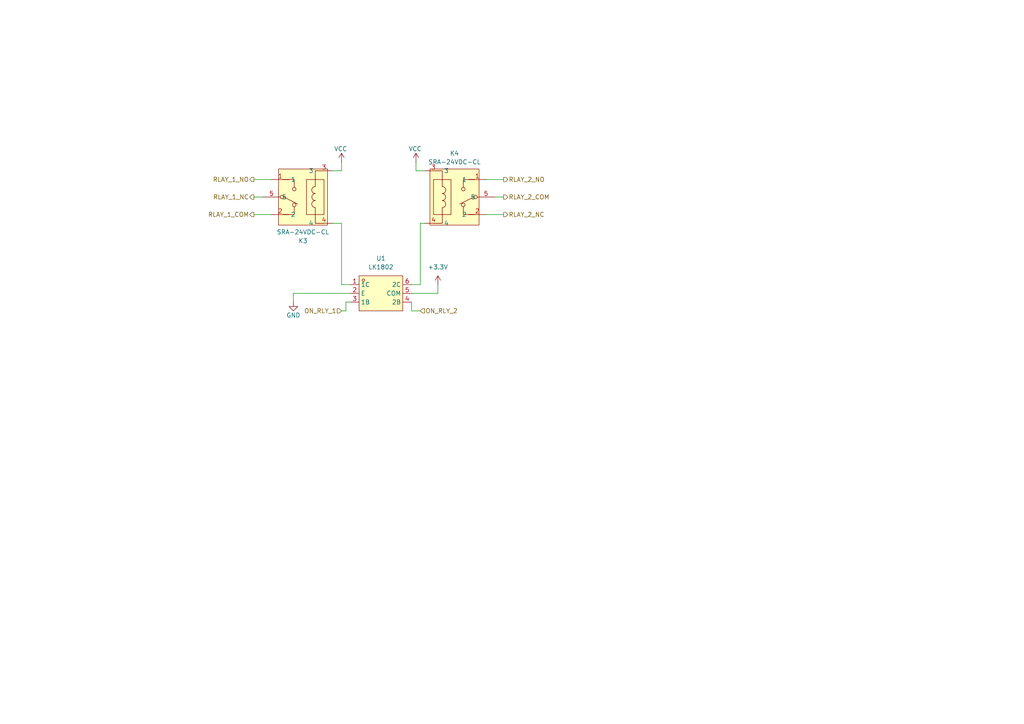
<source format=kicad_sch>
(kicad_sch
	(version 20250114)
	(generator "eeschema")
	(generator_version "9.0")
	(uuid "297e7254-8844-4482-96f8-8edb41a2e155")
	(paper "A4")
	(lib_symbols
		(symbol "EDA:LK1802"
			(exclude_from_sim no)
			(in_bom yes)
			(on_board yes)
			(property "Reference" "U"
				(at 0 7.62 0)
				(effects
					(font
						(size 1.27 1.27)
					)
				)
			)
			(property "Value" "LK1802"
				(at 0 -7.62 0)
				(effects
					(font
						(size 1.27 1.27)
					)
				)
			)
			(property "Footprint" "EasyEDA:SOT-23-6_L2.9-W1.6-P0.95-LS2.8-BR"
				(at 0 -10.16 0)
				(effects
					(font
						(size 1.27 1.27)
					)
					(hide yes)
				)
			)
			(property "Datasheet" ""
				(at 0 0 0)
				(effects
					(font
						(size 1.27 1.27)
					)
					(hide yes)
				)
			)
			(property "Description" ""
				(at 0 0 0)
				(effects
					(font
						(size 1.27 1.27)
					)
					(hide yes)
				)
			)
			(property "LCSC Part" "C2984831"
				(at 0 -12.7 0)
				(effects
					(font
						(size 1.27 1.27)
					)
					(hide yes)
				)
			)
			(symbol "LK1802_0_1"
				(rectangle
					(start -6.35 5.08)
					(end 6.35 -5.08)
					(stroke
						(width 0)
						(type default)
					)
					(fill
						(type background)
					)
				)
				(circle
					(center -5.08 3.81)
					(radius 0.38)
					(stroke
						(width 0)
						(type default)
					)
					(fill
						(type none)
					)
				)
				(pin unspecified line
					(at -8.89 2.54 0)
					(length 2.54)
					(name "1C"
						(effects
							(font
								(size 1.27 1.27)
							)
						)
					)
					(number "1"
						(effects
							(font
								(size 1.27 1.27)
							)
						)
					)
				)
				(pin unspecified line
					(at -8.89 0 0)
					(length 2.54)
					(name "E"
						(effects
							(font
								(size 1.27 1.27)
							)
						)
					)
					(number "2"
						(effects
							(font
								(size 1.27 1.27)
							)
						)
					)
				)
				(pin unspecified line
					(at -8.89 -2.54 0)
					(length 2.54)
					(name "1B"
						(effects
							(font
								(size 1.27 1.27)
							)
						)
					)
					(number "3"
						(effects
							(font
								(size 1.27 1.27)
							)
						)
					)
				)
				(pin unspecified line
					(at 8.89 2.54 180)
					(length 2.54)
					(name "2C"
						(effects
							(font
								(size 1.27 1.27)
							)
						)
					)
					(number "6"
						(effects
							(font
								(size 1.27 1.27)
							)
						)
					)
				)
				(pin unspecified line
					(at 8.89 0 180)
					(length 2.54)
					(name "COM"
						(effects
							(font
								(size 1.27 1.27)
							)
						)
					)
					(number "5"
						(effects
							(font
								(size 1.27 1.27)
							)
						)
					)
				)
				(pin unspecified line
					(at 8.89 -2.54 180)
					(length 2.54)
					(name "2B"
						(effects
							(font
								(size 1.27 1.27)
							)
						)
					)
					(number "4"
						(effects
							(font
								(size 1.27 1.27)
							)
						)
					)
				)
			)
			(embedded_fonts no)
		)
		(symbol "EDA:SRA-24VDC-CL"
			(exclude_from_sim no)
			(in_bom yes)
			(on_board yes)
			(property "Reference" "K"
				(at 0 12.7 0)
				(effects
					(font
						(size 1.27 1.27)
					)
				)
			)
			(property "Value" "SRA-24VDC-CL"
				(at 0 -12.7 0)
				(effects
					(font
						(size 1.27 1.27)
					)
				)
			)
			(property "Footprint" "EasyEDA:RELAY-TH_SRA-X-CX"
				(at 0 -15.24 0)
				(effects
					(font
						(size 1.27 1.27)
					)
					(hide yes)
				)
			)
			(property "Datasheet" "https://lcsc.com/product-detail/Relays_SRA-24VDC-CL_C127865.html"
				(at 0 -17.78 0)
				(effects
					(font
						(size 1.27 1.27)
					)
					(hide yes)
				)
			)
			(property "Description" ""
				(at 0 0 0)
				(effects
					(font
						(size 1.27 1.27)
					)
					(hide yes)
				)
			)
			(property "LCSC Part" "C127865"
				(at 0 -20.32 0)
				(effects
					(font
						(size 1.27 1.27)
					)
					(hide yes)
				)
			)
			(symbol "SRA-24VDC-CL_0_1"
				(rectangle
					(start -8.64 8.13)
					(end 5.59 -8.13)
					(stroke
						(width 0)
						(type default)
					)
					(fill
						(type background)
					)
				)
				(rectangle
					(start -7.62 5.08)
					(end -2.54 -5.08)
					(stroke
						(width 0)
						(type default)
					)
					(fill
						(type background)
					)
				)
				(arc
					(start -5.08 1.02)
					(mid -4.0979 0)
					(end -5.08 -1.02)
					(stroke
						(width 0)
						(type default)
					)
					(fill
						(type none)
					)
				)
				(arc
					(start -5.08 3.05)
					(mid -4.0743 2.035)
					(end -5.08 1.02)
					(stroke
						(width 0)
						(type default)
					)
					(fill
						(type none)
					)
				)
				(arc
					(start -5.08 -1.02)
					(mid -4.0743 -2.035)
					(end -5.08 -3.05)
					(stroke
						(width 0)
						(type default)
					)
					(fill
						(type none)
					)
				)
				(polyline
					(pts
						(xy -5.08 3.05) (xy -5.08 7.62) (xy -7.62 7.62)
					)
					(stroke
						(width 0)
						(type default)
					)
					(fill
						(type none)
					)
				)
				(polyline
					(pts
						(xy -5.08 -3.05) (xy -5.08 -7.62) (xy -7.62 -7.62)
					)
					(stroke
						(width 0)
						(type default)
					)
					(fill
						(type none)
					)
				)
				(polyline
					(pts
						(xy 0 -2.03) (xy 4.06 0)
					)
					(stroke
						(width 0)
						(type default)
					)
					(fill
						(type none)
					)
				)
				(polyline
					(pts
						(xy 1.02 2.79) (xy 1.02 5.08) (xy 4.32 5.08)
					)
					(stroke
						(width 0)
						(type default)
					)
					(fill
						(type none)
					)
				)
				(circle
					(center 1.02 2.29)
					(radius 0.51)
					(stroke
						(width 0)
						(type default)
					)
					(fill
						(type none)
					)
				)
				(circle
					(center 1.02 -2.29)
					(radius 0.51)
					(stroke
						(width 0)
						(type default)
					)
					(fill
						(type none)
					)
				)
				(polyline
					(pts
						(xy 1.02 -2.79) (xy 1.02 -5.08) (xy 4.32 -5.08)
					)
					(stroke
						(width 0)
						(type default)
					)
					(fill
						(type none)
					)
				)
				(circle
					(center 4.57 0)
					(radius 0.51)
					(stroke
						(width 0)
						(type default)
					)
					(fill
						(type none)
					)
				)
				(pin unspecified line
					(at -10.16 7.62 0)
					(length 5.08)
					(name "3"
						(effects
							(font
								(size 1.27 1.27)
							)
						)
					)
					(number "3"
						(effects
							(font
								(size 1.27 1.27)
							)
						)
					)
				)
				(pin unspecified line
					(at -10.16 -7.62 0)
					(length 5.08)
					(name "4"
						(effects
							(font
								(size 1.27 1.27)
							)
						)
					)
					(number "4"
						(effects
							(font
								(size 1.27 1.27)
							)
						)
					)
				)
				(pin unspecified line
					(at 7.62 5.08 180)
					(length 5.08)
					(name "1"
						(effects
							(font
								(size 1.27 1.27)
							)
						)
					)
					(number "1"
						(effects
							(font
								(size 1.27 1.27)
							)
						)
					)
				)
				(pin unspecified line
					(at 7.62 -5.08 180)
					(length 5.08)
					(name "2"
						(effects
							(font
								(size 1.27 1.27)
							)
						)
					)
					(number "2"
						(effects
							(font
								(size 1.27 1.27)
							)
						)
					)
				)
				(pin unspecified line
					(at 10.16 0 180)
					(length 5.08)
					(name "5"
						(effects
							(font
								(size 1.27 1.27)
							)
						)
					)
					(number "5"
						(effects
							(font
								(size 1.27 1.27)
							)
						)
					)
				)
			)
			(embedded_fonts no)
		)
		(symbol "power:+3.3V"
			(power)
			(pin_numbers
				(hide yes)
			)
			(pin_names
				(offset 0)
				(hide yes)
			)
			(exclude_from_sim no)
			(in_bom yes)
			(on_board yes)
			(property "Reference" "#PWR"
				(at 0 -3.81 0)
				(effects
					(font
						(size 1.27 1.27)
					)
					(hide yes)
				)
			)
			(property "Value" "+3.3V"
				(at 0 3.556 0)
				(effects
					(font
						(size 1.27 1.27)
					)
				)
			)
			(property "Footprint" ""
				(at 0 0 0)
				(effects
					(font
						(size 1.27 1.27)
					)
					(hide yes)
				)
			)
			(property "Datasheet" ""
				(at 0 0 0)
				(effects
					(font
						(size 1.27 1.27)
					)
					(hide yes)
				)
			)
			(property "Description" "Power symbol creates a global label with name \"+3.3V\""
				(at 0 0 0)
				(effects
					(font
						(size 1.27 1.27)
					)
					(hide yes)
				)
			)
			(property "ki_keywords" "global power"
				(at 0 0 0)
				(effects
					(font
						(size 1.27 1.27)
					)
					(hide yes)
				)
			)
			(symbol "+3.3V_0_1"
				(polyline
					(pts
						(xy -0.762 1.27) (xy 0 2.54)
					)
					(stroke
						(width 0)
						(type default)
					)
					(fill
						(type none)
					)
				)
				(polyline
					(pts
						(xy 0 2.54) (xy 0.762 1.27)
					)
					(stroke
						(width 0)
						(type default)
					)
					(fill
						(type none)
					)
				)
				(polyline
					(pts
						(xy 0 0) (xy 0 2.54)
					)
					(stroke
						(width 0)
						(type default)
					)
					(fill
						(type none)
					)
				)
			)
			(symbol "+3.3V_1_1"
				(pin power_in line
					(at 0 0 90)
					(length 0)
					(name "~"
						(effects
							(font
								(size 1.27 1.27)
							)
						)
					)
					(number "1"
						(effects
							(font
								(size 1.27 1.27)
							)
						)
					)
				)
			)
			(embedded_fonts no)
		)
		(symbol "power:GND"
			(power)
			(pin_numbers
				(hide yes)
			)
			(pin_names
				(offset 0)
				(hide yes)
			)
			(exclude_from_sim no)
			(in_bom yes)
			(on_board yes)
			(property "Reference" "#PWR"
				(at 0 -6.35 0)
				(effects
					(font
						(size 1.27 1.27)
					)
					(hide yes)
				)
			)
			(property "Value" "GND"
				(at 0 -3.81 0)
				(effects
					(font
						(size 1.27 1.27)
					)
				)
			)
			(property "Footprint" ""
				(at 0 0 0)
				(effects
					(font
						(size 1.27 1.27)
					)
					(hide yes)
				)
			)
			(property "Datasheet" ""
				(at 0 0 0)
				(effects
					(font
						(size 1.27 1.27)
					)
					(hide yes)
				)
			)
			(property "Description" "Power symbol creates a global label with name \"GND\" , ground"
				(at 0 0 0)
				(effects
					(font
						(size 1.27 1.27)
					)
					(hide yes)
				)
			)
			(property "ki_keywords" "global power"
				(at 0 0 0)
				(effects
					(font
						(size 1.27 1.27)
					)
					(hide yes)
				)
			)
			(symbol "GND_0_1"
				(polyline
					(pts
						(xy 0 0) (xy 0 -1.27) (xy 1.27 -1.27) (xy 0 -2.54) (xy -1.27 -1.27) (xy 0 -1.27)
					)
					(stroke
						(width 0)
						(type default)
					)
					(fill
						(type none)
					)
				)
			)
			(symbol "GND_1_1"
				(pin power_in line
					(at 0 0 270)
					(length 0)
					(name "~"
						(effects
							(font
								(size 1.27 1.27)
							)
						)
					)
					(number "1"
						(effects
							(font
								(size 1.27 1.27)
							)
						)
					)
				)
			)
			(embedded_fonts no)
		)
		(symbol "power:VCC"
			(power)
			(pin_numbers
				(hide yes)
			)
			(pin_names
				(offset 0)
				(hide yes)
			)
			(exclude_from_sim no)
			(in_bom yes)
			(on_board yes)
			(property "Reference" "#PWR"
				(at 0 -3.81 0)
				(effects
					(font
						(size 1.27 1.27)
					)
					(hide yes)
				)
			)
			(property "Value" "VCC"
				(at 0 3.556 0)
				(effects
					(font
						(size 1.27 1.27)
					)
				)
			)
			(property "Footprint" ""
				(at 0 0 0)
				(effects
					(font
						(size 1.27 1.27)
					)
					(hide yes)
				)
			)
			(property "Datasheet" ""
				(at 0 0 0)
				(effects
					(font
						(size 1.27 1.27)
					)
					(hide yes)
				)
			)
			(property "Description" "Power symbol creates a global label with name \"VCC\""
				(at 0 0 0)
				(effects
					(font
						(size 1.27 1.27)
					)
					(hide yes)
				)
			)
			(property "ki_keywords" "global power"
				(at 0 0 0)
				(effects
					(font
						(size 1.27 1.27)
					)
					(hide yes)
				)
			)
			(symbol "VCC_0_1"
				(polyline
					(pts
						(xy -0.762 1.27) (xy 0 2.54)
					)
					(stroke
						(width 0)
						(type default)
					)
					(fill
						(type none)
					)
				)
				(polyline
					(pts
						(xy 0 2.54) (xy 0.762 1.27)
					)
					(stroke
						(width 0)
						(type default)
					)
					(fill
						(type none)
					)
				)
				(polyline
					(pts
						(xy 0 0) (xy 0 2.54)
					)
					(stroke
						(width 0)
						(type default)
					)
					(fill
						(type none)
					)
				)
			)
			(symbol "VCC_1_1"
				(pin power_in line
					(at 0 0 90)
					(length 0)
					(name "~"
						(effects
							(font
								(size 1.27 1.27)
							)
						)
					)
					(number "1"
						(effects
							(font
								(size 1.27 1.27)
							)
						)
					)
				)
			)
			(embedded_fonts no)
		)
	)
	(wire
		(pts
			(xy 120.65 46.99) (xy 120.65 49.53)
		)
		(stroke
			(width 0)
			(type default)
		)
		(uuid "17b66011-7a4f-43bf-824f-6779e00cca38")
	)
	(wire
		(pts
			(xy 99.06 64.77) (xy 96.52 64.77)
		)
		(stroke
			(width 0)
			(type default)
		)
		(uuid "196504aa-c250-447e-a64b-de53ea289cfb")
	)
	(wire
		(pts
			(xy 100.33 87.63) (xy 100.33 90.17)
		)
		(stroke
			(width 0)
			(type default)
		)
		(uuid "1e682455-39ac-461c-8049-3b9166347ce6")
	)
	(wire
		(pts
			(xy 101.6 87.63) (xy 100.33 87.63)
		)
		(stroke
			(width 0)
			(type default)
		)
		(uuid "276ce163-b374-4ebf-94ac-915140f4327e")
	)
	(wire
		(pts
			(xy 101.6 85.09) (xy 85.09 85.09)
		)
		(stroke
			(width 0)
			(type default)
		)
		(uuid "2c0e4cb5-181c-45c8-b532-ad01672cdd71")
	)
	(wire
		(pts
			(xy 143.51 57.15) (xy 146.05 57.15)
		)
		(stroke
			(width 0)
			(type default)
		)
		(uuid "370ee191-c3d7-4680-8039-a3d3a2423918")
	)
	(wire
		(pts
			(xy 73.66 52.07) (xy 78.74 52.07)
		)
		(stroke
			(width 0)
			(type default)
		)
		(uuid "3e4ab3ab-b1a5-44a0-8d56-06cbe690594f")
	)
	(wire
		(pts
			(xy 140.97 62.23) (xy 146.05 62.23)
		)
		(stroke
			(width 0)
			(type default)
		)
		(uuid "422e7cf6-5ce7-49c3-9742-ea74756fce73")
	)
	(wire
		(pts
			(xy 121.92 82.55) (xy 121.92 64.77)
		)
		(stroke
			(width 0)
			(type default)
		)
		(uuid "4db451f2-acdc-4f35-bb63-054e2f08dfe2")
	)
	(wire
		(pts
			(xy 140.97 52.07) (xy 146.05 52.07)
		)
		(stroke
			(width 0)
			(type default)
		)
		(uuid "561b7e3e-9538-43d3-924e-0bbfd889d97c")
	)
	(wire
		(pts
			(xy 73.66 62.23) (xy 78.74 62.23)
		)
		(stroke
			(width 0)
			(type default)
		)
		(uuid "5a1b7b67-6f70-498e-a38f-276a8271c30e")
	)
	(wire
		(pts
			(xy 99.06 82.55) (xy 99.06 64.77)
		)
		(stroke
			(width 0)
			(type default)
		)
		(uuid "5ddc4a40-19e0-4559-9015-7c0b3b1f2aec")
	)
	(wire
		(pts
			(xy 119.38 90.17) (xy 119.38 87.63)
		)
		(stroke
			(width 0)
			(type default)
		)
		(uuid "61d6ab0e-5450-497e-b74d-ae5e73c0b92e")
	)
	(wire
		(pts
			(xy 99.06 82.55) (xy 101.6 82.55)
		)
		(stroke
			(width 0)
			(type default)
		)
		(uuid "6b805057-8a97-4756-a340-2cd29088d276")
	)
	(wire
		(pts
			(xy 119.38 85.09) (xy 127 85.09)
		)
		(stroke
			(width 0)
			(type default)
		)
		(uuid "73e5eb61-f047-4e31-9ed7-7a8a9852e2b5")
	)
	(wire
		(pts
			(xy 73.66 57.15) (xy 76.2 57.15)
		)
		(stroke
			(width 0)
			(type default)
		)
		(uuid "81ce06d1-a048-4d6d-b4a1-53429508baf0")
	)
	(wire
		(pts
			(xy 100.33 90.17) (xy 99.06 90.17)
		)
		(stroke
			(width 0)
			(type default)
		)
		(uuid "94a0298b-d14b-4861-b880-24b2767cd512")
	)
	(wire
		(pts
			(xy 96.52 49.53) (xy 99.06 49.53)
		)
		(stroke
			(width 0)
			(type default)
		)
		(uuid "c2198652-5921-4e35-bec3-14dd614722e8")
	)
	(wire
		(pts
			(xy 99.06 49.53) (xy 99.06 46.99)
		)
		(stroke
			(width 0)
			(type default)
		)
		(uuid "c93052e6-8a05-433b-80f4-d42aa9f48a9f")
	)
	(wire
		(pts
			(xy 121.92 90.17) (xy 119.38 90.17)
		)
		(stroke
			(width 0)
			(type default)
		)
		(uuid "cd9fee71-f6b6-4707-83b8-ca553e315d89")
	)
	(wire
		(pts
			(xy 123.19 49.53) (xy 120.65 49.53)
		)
		(stroke
			(width 0)
			(type default)
		)
		(uuid "d9a68e93-e8cb-4781-abce-0c7344c6df03")
	)
	(wire
		(pts
			(xy 85.09 85.09) (xy 85.09 87.63)
		)
		(stroke
			(width 0)
			(type default)
		)
		(uuid "dc2fb818-be94-4314-8264-f789c56f38ac")
	)
	(wire
		(pts
			(xy 121.92 64.77) (xy 123.19 64.77)
		)
		(stroke
			(width 0)
			(type default)
		)
		(uuid "edb70fbd-eb4b-49b3-a744-ce6fdda4887f")
	)
	(wire
		(pts
			(xy 127 85.09) (xy 127 82.55)
		)
		(stroke
			(width 0)
			(type default)
		)
		(uuid "f2a70e54-cfc3-48a2-810e-4e1ec52c0be5")
	)
	(wire
		(pts
			(xy 121.92 82.55) (xy 119.38 82.55)
		)
		(stroke
			(width 0)
			(type default)
		)
		(uuid "f3c353af-5859-4d1f-8468-7297220ce56a")
	)
	(hierarchical_label "RLAY_2_NC"
		(shape output)
		(at 146.05 62.23 0)
		(effects
			(font
				(size 1.27 1.27)
			)
			(justify left)
		)
		(uuid "0296c9e4-ec9e-4dc4-900f-1e2d8b38314c")
	)
	(hierarchical_label "ON_RLY_2"
		(shape input)
		(at 121.92 90.17 0)
		(effects
			(font
				(size 1.27 1.27)
			)
			(justify left)
		)
		(uuid "2d08f2bb-704d-42e4-9de3-b460bcfaba78")
	)
	(hierarchical_label "RLAY_1_NC"
		(shape output)
		(at 73.66 57.15 180)
		(effects
			(font
				(size 1.27 1.27)
			)
			(justify right)
		)
		(uuid "56dc1026-c128-4843-b992-79eeb9c4f71b")
	)
	(hierarchical_label "RLAY_1_NO"
		(shape output)
		(at 73.66 52.07 180)
		(effects
			(font
				(size 1.27 1.27)
			)
			(justify right)
		)
		(uuid "74f6b08d-5566-4336-b6dd-21c97d71f424")
	)
	(hierarchical_label "ON_RLY_1"
		(shape input)
		(at 99.06 90.17 180)
		(effects
			(font
				(size 1.27 1.27)
			)
			(justify right)
		)
		(uuid "79474802-9886-4b60-87c5-0a116e9cd420")
	)
	(hierarchical_label "RLAY_2_NO"
		(shape output)
		(at 146.05 52.07 0)
		(effects
			(font
				(size 1.27 1.27)
			)
			(justify left)
		)
		(uuid "81196844-7180-4bf7-925f-9654182c403e")
	)
	(hierarchical_label "RLAY_2_COM"
		(shape output)
		(at 146.05 57.15 0)
		(effects
			(font
				(size 1.27 1.27)
			)
			(justify left)
		)
		(uuid "94af34f2-ee44-4e74-873c-eaddadaa9f96")
	)
	(hierarchical_label "RLAY_1_COM"
		(shape output)
		(at 73.66 62.23 180)
		(effects
			(font
				(size 1.27 1.27)
			)
			(justify right)
		)
		(uuid "95b6a9bb-07e5-4e64-8f99-756a9daaf312")
	)
	(symbol
		(lib_id "power:GND")
		(at 85.09 87.63 0)
		(unit 1)
		(exclude_from_sim no)
		(in_bom yes)
		(on_board yes)
		(dnp no)
		(uuid "38c9cc75-bafc-4581-889d-a0d82be23a97")
		(property "Reference" "#PWR012"
			(at 85.09 93.98 0)
			(effects
				(font
					(size 1.27 1.27)
				)
				(hide yes)
			)
		)
		(property "Value" "GND"
			(at 85.09 91.44 0)
			(effects
				(font
					(size 1.27 1.27)
				)
			)
		)
		(property "Footprint" ""
			(at 85.09 87.63 0)
			(effects
				(font
					(size 1.27 1.27)
				)
				(hide yes)
			)
		)
		(property "Datasheet" ""
			(at 85.09 87.63 0)
			(effects
				(font
					(size 1.27 1.27)
				)
				(hide yes)
			)
		)
		(property "Description" "Power symbol creates a global label with name \"GND\" , ground"
			(at 85.09 87.63 0)
			(effects
				(font
					(size 1.27 1.27)
				)
				(hide yes)
			)
		)
		(pin "1"
			(uuid "f41b6642-9229-44ae-9835-12d23197ecc6")
		)
		(instances
			(project "Nivara Controls"
				(path "/42622735-4343-4315-af64-a45701a752b6/711b914f-41ac-411e-bef3-8ade05c9a19b/046ce629-3f56-4f48-b2c7-d6e93ff2fbb5"
					(reference "#PWR012")
					(unit 1)
				)
			)
		)
	)
	(symbol
		(lib_id "EDA:LK1802")
		(at 110.49 85.09 0)
		(unit 1)
		(exclude_from_sim no)
		(in_bom yes)
		(on_board yes)
		(dnp no)
		(fields_autoplaced yes)
		(uuid "40504c59-79c0-4a93-bd11-b9bf35de11ec")
		(property "Reference" "U1"
			(at 110.49 74.93 0)
			(effects
				(font
					(size 1.27 1.27)
				)
			)
		)
		(property "Value" "LK1802"
			(at 110.49 77.47 0)
			(effects
				(font
					(size 1.27 1.27)
				)
			)
		)
		(property "Footprint" "EastEDA:LK1802"
			(at 110.49 95.25 0)
			(effects
				(font
					(size 1.27 1.27)
				)
				(hide yes)
			)
		)
		(property "Datasheet" ""
			(at 110.49 85.09 0)
			(effects
				(font
					(size 1.27 1.27)
				)
				(hide yes)
			)
		)
		(property "Description" ""
			(at 110.49 85.09 0)
			(effects
				(font
					(size 1.27 1.27)
				)
				(hide yes)
			)
		)
		(property "LCSC Part" "C2984831"
			(at 110.49 97.79 0)
			(effects
				(font
					(size 1.27 1.27)
				)
				(hide yes)
			)
		)
		(pin "2"
			(uuid "0ae3ec99-e62d-47c9-8cca-d3b9f1faf881")
		)
		(pin "6"
			(uuid "0ca335d7-212c-4bc6-a9b9-432f11693cf3")
		)
		(pin "3"
			(uuid "e8f2ab0e-3591-4b25-8f39-e17efc2ef395")
		)
		(pin "5"
			(uuid "582b6d50-3ef6-417c-981a-649a8d93dfe9")
		)
		(pin "1"
			(uuid "5d729fae-0947-4283-8251-06fa7c9017b8")
		)
		(pin "4"
			(uuid "9b561d83-e16a-4b84-b661-2f6667e42cd4")
		)
		(instances
			(project ""
				(path "/42622735-4343-4315-af64-a45701a752b6/711b914f-41ac-411e-bef3-8ade05c9a19b/046ce629-3f56-4f48-b2c7-d6e93ff2fbb5"
					(reference "U1")
					(unit 1)
				)
			)
		)
	)
	(symbol
		(lib_id "EDA:SRA-24VDC-CL")
		(at 86.36 57.15 0)
		(mirror y)
		(unit 1)
		(exclude_from_sim no)
		(in_bom yes)
		(on_board yes)
		(dnp no)
		(uuid "cd8b2ffb-18ff-48f8-8d24-9101f9dd683c")
		(property "Reference" "K3"
			(at 87.885 69.85 0)
			(effects
				(font
					(size 1.27 1.27)
				)
			)
		)
		(property "Value" "SRA-24VDC-CL"
			(at 87.885 67.31 0)
			(effects
				(font
					(size 1.27 1.27)
				)
			)
		)
		(property "Footprint" "EastEDA:RELAY-TH_SRA-X-CX"
			(at 86.36 72.39 0)
			(effects
				(font
					(size 1.27 1.27)
				)
				(hide yes)
			)
		)
		(property "Datasheet" "https://lcsc.com/product-detail/Relays_SRA-24VDC-CL_C127865.html"
			(at 86.36 74.93 0)
			(effects
				(font
					(size 1.27 1.27)
				)
				(hide yes)
			)
		)
		(property "Description" ""
			(at 86.36 57.15 0)
			(effects
				(font
					(size 1.27 1.27)
				)
				(hide yes)
			)
		)
		(property "LCSC Part" "C127865"
			(at 86.36 77.47 0)
			(effects
				(font
					(size 1.27 1.27)
				)
				(hide yes)
			)
		)
		(pin "5"
			(uuid "125c1a1e-2690-420b-b880-5e8d8e27479a")
		)
		(pin "3"
			(uuid "b02995b9-71cf-4ff8-9959-77055588cdd9")
		)
		(pin "4"
			(uuid "ab56e7f9-b28c-43dd-9bdd-80cf9030ffd5")
		)
		(pin "1"
			(uuid "873a0601-60d8-47f0-908b-130532a606ee")
		)
		(pin "2"
			(uuid "d5f3273a-dbf1-43a2-80f3-72f991e5c8af")
		)
		(instances
			(project ""
				(path "/42622735-4343-4315-af64-a45701a752b6/711b914f-41ac-411e-bef3-8ade05c9a19b/046ce629-3f56-4f48-b2c7-d6e93ff2fbb5"
					(reference "K3")
					(unit 1)
				)
			)
		)
	)
	(symbol
		(lib_id "power:VCC")
		(at 99.06 46.99 0)
		(unit 1)
		(exclude_from_sim no)
		(in_bom yes)
		(on_board yes)
		(dnp no)
		(uuid "d0188d14-fdb6-4c67-89ce-8689686cdd3b")
		(property "Reference" "#PWR014"
			(at 99.06 50.8 0)
			(effects
				(font
					(size 1.27 1.27)
				)
				(hide yes)
			)
		)
		(property "Value" "VCC"
			(at 98.806 43.18 0)
			(effects
				(font
					(size 1.27 1.27)
				)
			)
		)
		(property "Footprint" ""
			(at 99.06 46.99 0)
			(effects
				(font
					(size 1.27 1.27)
				)
				(hide yes)
			)
		)
		(property "Datasheet" ""
			(at 99.06 46.99 0)
			(effects
				(font
					(size 1.27 1.27)
				)
				(hide yes)
			)
		)
		(property "Description" "Power symbol creates a global label with name \"VCC\""
			(at 99.06 46.99 0)
			(effects
				(font
					(size 1.27 1.27)
				)
				(hide yes)
			)
		)
		(pin "1"
			(uuid "e22549e2-5850-41a1-b9ee-207c8723ec8a")
		)
		(instances
			(project ""
				(path "/42622735-4343-4315-af64-a45701a752b6/711b914f-41ac-411e-bef3-8ade05c9a19b/046ce629-3f56-4f48-b2c7-d6e93ff2fbb5"
					(reference "#PWR014")
					(unit 1)
				)
			)
		)
	)
	(symbol
		(lib_id "power:+3.3V")
		(at 127 82.55 0)
		(unit 1)
		(exclude_from_sim no)
		(in_bom yes)
		(on_board yes)
		(dnp no)
		(fields_autoplaced yes)
		(uuid "d2a5baaa-2980-4de8-9ccf-05b4dce13f97")
		(property "Reference" "#PWR09"
			(at 127 86.36 0)
			(effects
				(font
					(size 1.27 1.27)
				)
				(hide yes)
			)
		)
		(property "Value" "+3.3V"
			(at 127 77.47 0)
			(effects
				(font
					(size 1.27 1.27)
				)
			)
		)
		(property "Footprint" ""
			(at 127 82.55 0)
			(effects
				(font
					(size 1.27 1.27)
				)
				(hide yes)
			)
		)
		(property "Datasheet" ""
			(at 127 82.55 0)
			(effects
				(font
					(size 1.27 1.27)
				)
				(hide yes)
			)
		)
		(property "Description" "Power symbol creates a global label with name \"+3.3V\""
			(at 127 82.55 0)
			(effects
				(font
					(size 1.27 1.27)
				)
				(hide yes)
			)
		)
		(pin "1"
			(uuid "055dcc9b-912c-4f3b-91cb-3a45b5e65752")
		)
		(instances
			(project ""
				(path "/42622735-4343-4315-af64-a45701a752b6/711b914f-41ac-411e-bef3-8ade05c9a19b/046ce629-3f56-4f48-b2c7-d6e93ff2fbb5"
					(reference "#PWR09")
					(unit 1)
				)
			)
		)
	)
	(symbol
		(lib_id "power:VCC")
		(at 120.65 46.99 0)
		(unit 1)
		(exclude_from_sim no)
		(in_bom yes)
		(on_board yes)
		(dnp no)
		(uuid "d369a888-943b-429f-b0a3-a2edd88e48f0")
		(property "Reference" "#PWR039"
			(at 120.65 50.8 0)
			(effects
				(font
					(size 1.27 1.27)
				)
				(hide yes)
			)
		)
		(property "Value" "VCC"
			(at 120.396 43.18 0)
			(effects
				(font
					(size 1.27 1.27)
				)
			)
		)
		(property "Footprint" ""
			(at 120.65 46.99 0)
			(effects
				(font
					(size 1.27 1.27)
				)
				(hide yes)
			)
		)
		(property "Datasheet" ""
			(at 120.65 46.99 0)
			(effects
				(font
					(size 1.27 1.27)
				)
				(hide yes)
			)
		)
		(property "Description" "Power symbol creates a global label with name \"VCC\""
			(at 120.65 46.99 0)
			(effects
				(font
					(size 1.27 1.27)
				)
				(hide yes)
			)
		)
		(pin "1"
			(uuid "05c794b3-fcff-4efb-bcd6-e048ce562d9a")
		)
		(instances
			(project "Nivara Controls"
				(path "/42622735-4343-4315-af64-a45701a752b6/711b914f-41ac-411e-bef3-8ade05c9a19b/046ce629-3f56-4f48-b2c7-d6e93ff2fbb5"
					(reference "#PWR039")
					(unit 1)
				)
			)
		)
	)
	(symbol
		(lib_id "EDA:SRA-24VDC-CL")
		(at 133.35 57.15 0)
		(unit 1)
		(exclude_from_sim no)
		(in_bom yes)
		(on_board yes)
		(dnp no)
		(uuid "e8bc3278-06cd-4d82-b3be-85f52c21522b")
		(property "Reference" "K4"
			(at 131.825 44.45 0)
			(effects
				(font
					(size 1.27 1.27)
				)
			)
		)
		(property "Value" "SRA-24VDC-CL"
			(at 131.825 46.99 0)
			(effects
				(font
					(size 1.27 1.27)
				)
			)
		)
		(property "Footprint" "EastEDA:RELAY-TH_SRA-X-CX"
			(at 133.35 72.39 0)
			(effects
				(font
					(size 1.27 1.27)
				)
				(hide yes)
			)
		)
		(property "Datasheet" "https://lcsc.com/product-detail/Relays_SRA-24VDC-CL_C127865.html"
			(at 133.35 74.93 0)
			(effects
				(font
					(size 1.27 1.27)
				)
				(hide yes)
			)
		)
		(property "Description" ""
			(at 133.35 57.15 0)
			(effects
				(font
					(size 1.27 1.27)
				)
				(hide yes)
			)
		)
		(property "LCSC Part" "C127865"
			(at 133.35 77.47 0)
			(effects
				(font
					(size 1.27 1.27)
				)
				(hide yes)
			)
		)
		(pin "5"
			(uuid "080750ce-0c98-42ed-8b4a-68cde9c17d53")
		)
		(pin "3"
			(uuid "ebada588-29ac-4eca-9d8f-90b2a5ef090a")
		)
		(pin "4"
			(uuid "093f695f-c588-4997-ad6c-b0a92d9355ed")
		)
		(pin "1"
			(uuid "788ab918-039a-4ee1-99fe-b25539cbcd77")
		)
		(pin "2"
			(uuid "91c02cf9-4f26-4fe2-ad08-78e784601ffd")
		)
		(instances
			(project "Nivara Controls"
				(path "/42622735-4343-4315-af64-a45701a752b6/711b914f-41ac-411e-bef3-8ade05c9a19b/046ce629-3f56-4f48-b2c7-d6e93ff2fbb5"
					(reference "K4")
					(unit 1)
				)
			)
		)
	)
)

</source>
